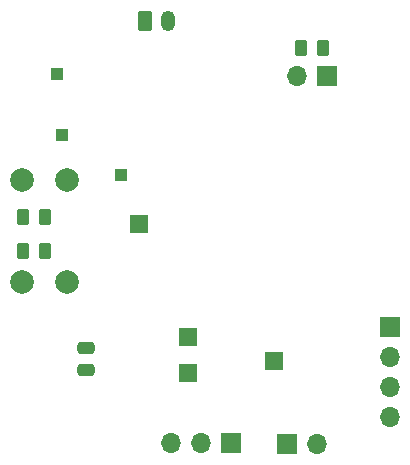
<source format=gbr>
%TF.GenerationSoftware,KiCad,Pcbnew,8.0.3*%
%TF.CreationDate,2025-03-04T10:01:38-06:00*%
%TF.ProjectId,wearable_v2_nrf,77656172-6162-46c6-955f-76325f6e7266,rev?*%
%TF.SameCoordinates,Original*%
%TF.FileFunction,Soldermask,Bot*%
%TF.FilePolarity,Negative*%
%FSLAX46Y46*%
G04 Gerber Fmt 4.6, Leading zero omitted, Abs format (unit mm)*
G04 Created by KiCad (PCBNEW 8.0.3) date 2025-03-04 10:01:38*
%MOMM*%
%LPD*%
G01*
G04 APERTURE LIST*
G04 Aperture macros list*
%AMRoundRect*
0 Rectangle with rounded corners*
0 $1 Rounding radius*
0 $2 $3 $4 $5 $6 $7 $8 $9 X,Y pos of 4 corners*
0 Add a 4 corners polygon primitive as box body*
4,1,4,$2,$3,$4,$5,$6,$7,$8,$9,$2,$3,0*
0 Add four circle primitives for the rounded corners*
1,1,$1+$1,$2,$3*
1,1,$1+$1,$4,$5*
1,1,$1+$1,$6,$7*
1,1,$1+$1,$8,$9*
0 Add four rect primitives between the rounded corners*
20,1,$1+$1,$2,$3,$4,$5,0*
20,1,$1+$1,$4,$5,$6,$7,0*
20,1,$1+$1,$6,$7,$8,$9,0*
20,1,$1+$1,$8,$9,$2,$3,0*%
G04 Aperture macros list end*
%ADD10R,1.700000X1.700000*%
%ADD11O,1.700000X1.700000*%
%ADD12RoundRect,0.250000X-0.350000X-0.625000X0.350000X-0.625000X0.350000X0.625000X-0.350000X0.625000X0*%
%ADD13O,1.200000X1.750000*%
%ADD14R,1.500000X1.500000*%
%ADD15C,2.010000*%
%ADD16R,1.000000X1.000000*%
%ADD17RoundRect,0.250000X0.262500X0.450000X-0.262500X0.450000X-0.262500X-0.450000X0.262500X-0.450000X0*%
%ADD18RoundRect,0.250000X-0.475000X0.250000X-0.475000X-0.250000X0.475000X-0.250000X0.475000X0.250000X0*%
%ADD19RoundRect,0.250000X-0.262500X-0.450000X0.262500X-0.450000X0.262500X0.450000X-0.262500X0.450000X0*%
G04 APERTURE END LIST*
D10*
%TO.C,R5*%
X110200000Y-55275000D03*
D11*
X107660000Y-55275000D03*
%TD*%
D12*
%TO.C,BT1*%
X94775000Y-50575000D03*
D13*
X96775000Y-50575000D03*
%TD*%
D14*
%TO.C,TP5*%
X98400000Y-80375000D03*
%TD*%
D10*
%TO.C,M1*%
X106825000Y-86400000D03*
D11*
X109365000Y-86400000D03*
%TD*%
D10*
%TO.C,J1*%
X115550000Y-76545000D03*
D11*
X115550000Y-79085000D03*
X115550000Y-81625000D03*
X115550000Y-84165000D03*
%TD*%
D14*
%TO.C,TP6*%
X94275000Y-67825000D03*
%TD*%
D15*
%TO.C,J2*%
X84347500Y-64080000D03*
X84347500Y-72720000D03*
X88147500Y-64080000D03*
X88147500Y-72720000D03*
%TD*%
D16*
%TO.C,TP2*%
X87325000Y-55125000D03*
%TD*%
D14*
%TO.C,TP4*%
X98450000Y-77375000D03*
%TD*%
D10*
%TO.C,J3*%
X102100000Y-86350000D03*
D11*
X99560000Y-86350000D03*
X97020000Y-86350000D03*
%TD*%
D16*
%TO.C,TP1*%
X87800000Y-60250000D03*
%TD*%
D14*
%TO.C,TP7*%
X105750000Y-79375000D03*
%TD*%
D16*
%TO.C,TP3*%
X92725000Y-63675000D03*
%TD*%
D17*
%TO.C,R2*%
X86312500Y-67150000D03*
X84487500Y-67150000D03*
%TD*%
D18*
%TO.C,C2*%
X89825000Y-78275000D03*
X89825000Y-80175000D03*
%TD*%
D19*
%TO.C,R4*%
X108012500Y-52900000D03*
X109837500Y-52900000D03*
%TD*%
D17*
%TO.C,R3*%
X86312500Y-70100000D03*
X84487500Y-70100000D03*
%TD*%
M02*

</source>
